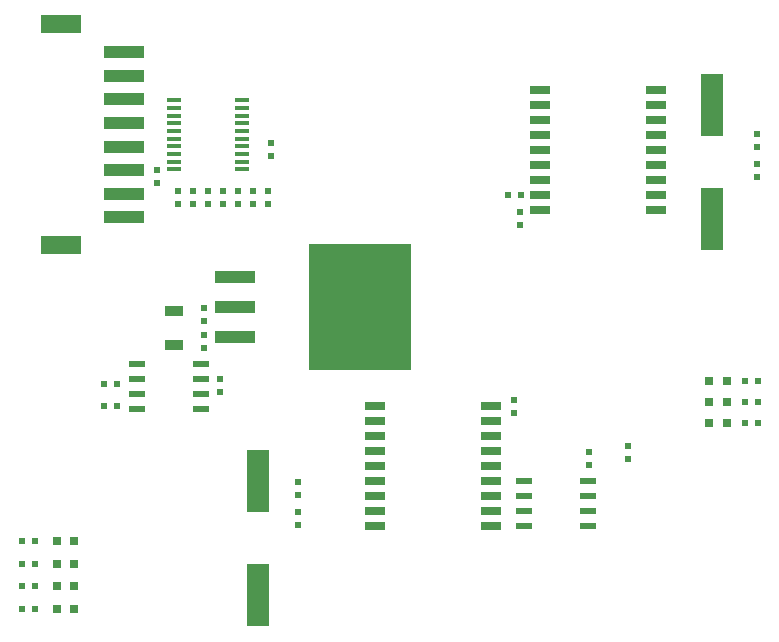
<source format=gbr>
%TF.GenerationSoftware,KiCad,Pcbnew,7.0.7*%
%TF.CreationDate,2023-09-23T12:37:50-04:00*%
%TF.ProjectId,gateway_r0,67617465-7761-4795-9f72-302e6b696361,rev?*%
%TF.SameCoordinates,Original*%
%TF.FileFunction,Paste,Top*%
%TF.FilePolarity,Positive*%
%FSLAX46Y46*%
G04 Gerber Fmt 4.6, Leading zero omitted, Abs format (unit mm)*
G04 Created by KiCad (PCBNEW 7.0.7) date 2023-09-23 12:37:50*
%MOMM*%
%LPD*%
G01*
G04 APERTURE LIST*
%ADD10R,0.600000X0.500000*%
%ADD11R,0.500000X0.600000*%
%ADD12R,0.800000X0.800000*%
%ADD13R,1.930400X5.334000*%
%ADD14R,1.200000X0.400000*%
%ADD15R,1.400000X0.600000*%
%ADD16R,1.778000X0.762000*%
%ADD17R,3.400000X1.500000*%
%ADD18R,3.500000X1.000000*%
%ADD19R,3.400000X1.000000*%
%ADD20R,8.600000X10.700000*%
%ADD21R,1.600000X0.900000*%
G04 APERTURE END LIST*
D10*
%TO.C,R9*%
X132060750Y-93715950D03*
X132060750Y-94815950D03*
%TD*%
D11*
%TO.C,R7*%
X117370750Y-129063950D03*
X116270750Y-129063950D03*
%TD*%
D10*
%TO.C,R1*%
X164318750Y-116913950D03*
X164318750Y-115813950D03*
%TD*%
%TO.C,R15*%
X167620750Y-115305950D03*
X167620750Y-116405950D03*
%TD*%
D12*
%TO.C,D2*%
X119245750Y-123348950D03*
X120745750Y-123348950D03*
%TD*%
D13*
%TO.C,X2*%
X174732750Y-86391950D03*
X174732750Y-96043950D03*
%TD*%
D14*
%TO.C,U6*%
X134960750Y-91856950D03*
X134960750Y-91206950D03*
X134960750Y-90556950D03*
X134960750Y-89906950D03*
X134960750Y-89256950D03*
X134960750Y-88606950D03*
X134960750Y-87956950D03*
X134960750Y-87306950D03*
X134960750Y-86656950D03*
X134960750Y-86006950D03*
X129160750Y-86006950D03*
X129160750Y-86656950D03*
X129160750Y-87306950D03*
X129160750Y-87956950D03*
X129160750Y-88606950D03*
X129160750Y-89256950D03*
X129160750Y-89906950D03*
X129160750Y-90556950D03*
X129160750Y-91206950D03*
X129160750Y-91856950D03*
%TD*%
D11*
%TO.C,R13*%
X124355750Y-110013950D03*
X123255750Y-110013950D03*
%TD*%
D12*
%TO.C,D8*%
X175990750Y-109759950D03*
X174490750Y-109759950D03*
%TD*%
D10*
%TO.C,C5*%
X178542750Y-91429950D03*
X178542750Y-92529950D03*
%TD*%
%TO.C,R19*%
X137140750Y-93715950D03*
X137140750Y-94815950D03*
%TD*%
%TO.C,C1*%
X131679750Y-104721950D03*
X131679750Y-103621950D03*
%TD*%
D15*
%TO.C,U3*%
X158824750Y-118268950D03*
X158824750Y-119538950D03*
X158824750Y-120808950D03*
X158824750Y-122078950D03*
X164224750Y-122078950D03*
X164224750Y-120808950D03*
X164224750Y-119538950D03*
X164224750Y-118268950D03*
%TD*%
D16*
%TO.C,U5*%
X169995650Y-95281950D03*
X169995650Y-94011950D03*
X169995650Y-92741950D03*
X169995650Y-91471950D03*
X169995650Y-90201950D03*
X169995650Y-88931950D03*
X169995650Y-87661950D03*
X169995650Y-86391950D03*
X169995650Y-85121950D03*
X160165850Y-85121950D03*
X160165850Y-86391950D03*
X160165850Y-87661950D03*
X160165850Y-88931950D03*
X160165850Y-90201950D03*
X160165850Y-91471950D03*
X160165850Y-92741950D03*
X160165850Y-94011950D03*
X160165850Y-95281950D03*
%TD*%
D10*
%TO.C,C9*%
X127742750Y-91937950D03*
X127742750Y-93037950D03*
%TD*%
%TO.C,R22*%
X133330750Y-93715950D03*
X133330750Y-94815950D03*
%TD*%
D11*
%TO.C,R4*%
X117370750Y-123348950D03*
X116270750Y-123348950D03*
%TD*%
D10*
%TO.C,R2*%
X157968750Y-111368950D03*
X157968750Y-112468950D03*
%TD*%
D12*
%TO.C,D3*%
X119245750Y-125253950D03*
X120745750Y-125253950D03*
%TD*%
D10*
%TO.C,R21*%
X137394750Y-89651950D03*
X137394750Y-90751950D03*
%TD*%
D11*
%TO.C,R10*%
X177484750Y-113315950D03*
X178584750Y-113315950D03*
%TD*%
D12*
%TO.C,D6*%
X175990750Y-113315950D03*
X174490750Y-113315950D03*
%TD*%
D10*
%TO.C,C8*%
X178542750Y-89989950D03*
X178542750Y-88889950D03*
%TD*%
%TO.C,R8*%
X131679750Y-105907950D03*
X131679750Y-107007950D03*
%TD*%
D11*
%TO.C,R14*%
X124355750Y-111918950D03*
X123255750Y-111918950D03*
%TD*%
D10*
%TO.C,C6*%
X133076750Y-109590950D03*
X133076750Y-110690950D03*
%TD*%
D12*
%TO.C,D4*%
X119245750Y-127158950D03*
X120745750Y-127158950D03*
%TD*%
D10*
%TO.C,R17*%
X135870750Y-93715950D03*
X135870750Y-94815950D03*
%TD*%
D11*
%TO.C,R6*%
X117370750Y-127158950D03*
X116270750Y-127158950D03*
%TD*%
D10*
%TO.C,C7*%
X139680750Y-119453950D03*
X139680750Y-118353950D03*
%TD*%
D11*
%TO.C,R11*%
X177484750Y-111537950D03*
X178584750Y-111537950D03*
%TD*%
D10*
%TO.C,R20*%
X129520750Y-94815950D03*
X129520750Y-93715950D03*
%TD*%
D12*
%TO.C,D7*%
X175990750Y-111537950D03*
X174490750Y-111537950D03*
%TD*%
D10*
%TO.C,R16*%
X130790750Y-93715950D03*
X130790750Y-94815950D03*
%TD*%
D17*
%TO.C,CON4*%
X119598750Y-98281950D03*
X119598750Y-79581950D03*
D18*
X124948750Y-95931950D03*
X124948750Y-93931950D03*
X124948750Y-91931950D03*
X124948750Y-89931950D03*
X124948750Y-87931950D03*
X124948750Y-85931950D03*
X124948750Y-83931950D03*
X124948750Y-81931950D03*
%TD*%
D10*
%TO.C,C4*%
X139680750Y-120893950D03*
X139680750Y-121993950D03*
%TD*%
D15*
%TO.C,U1*%
X131458750Y-112172950D03*
X131458750Y-110902950D03*
X131458750Y-109632950D03*
X131458750Y-108362950D03*
X126058750Y-108362950D03*
X126058750Y-109632950D03*
X126058750Y-110902950D03*
X126058750Y-112172950D03*
%TD*%
D10*
%TO.C,R18*%
X134600750Y-93715950D03*
X134600750Y-94815950D03*
%TD*%
D13*
%TO.C,X1*%
X136251750Y-127920950D03*
X136251750Y-118268950D03*
%TD*%
D12*
%TO.C,D5*%
X119245750Y-129063950D03*
X120745750Y-129063950D03*
%TD*%
D11*
%TO.C,R12*%
X177484750Y-109759950D03*
X178584750Y-109759950D03*
%TD*%
%TO.C,R5*%
X117370750Y-125253950D03*
X116270750Y-125253950D03*
%TD*%
D19*
%TO.C,U4*%
X134346750Y-100996950D03*
X134346750Y-103536950D03*
X134346750Y-106076950D03*
D20*
X144946750Y-103536950D03*
%TD*%
D10*
%TO.C,C2*%
X158476750Y-95493950D03*
X158476750Y-96593950D03*
%TD*%
D16*
%TO.C,U2*%
X146195850Y-111918950D03*
X146195850Y-113188950D03*
X146195850Y-114458950D03*
X146195850Y-115728950D03*
X146195850Y-116998950D03*
X146195850Y-118268950D03*
X146195850Y-119538950D03*
X146195850Y-120808950D03*
X146195850Y-122078950D03*
X156025650Y-122078950D03*
X156025650Y-120808950D03*
X156025650Y-119538950D03*
X156025650Y-118268950D03*
X156025650Y-116998950D03*
X156025650Y-115728950D03*
X156025650Y-114458950D03*
X156025650Y-113188950D03*
X156025650Y-111918950D03*
%TD*%
D11*
%TO.C,R3*%
X157418750Y-94011950D03*
X158518750Y-94011950D03*
%TD*%
D21*
%TO.C,C3*%
X129139750Y-106764950D03*
X129139750Y-103864950D03*
%TD*%
M02*

</source>
